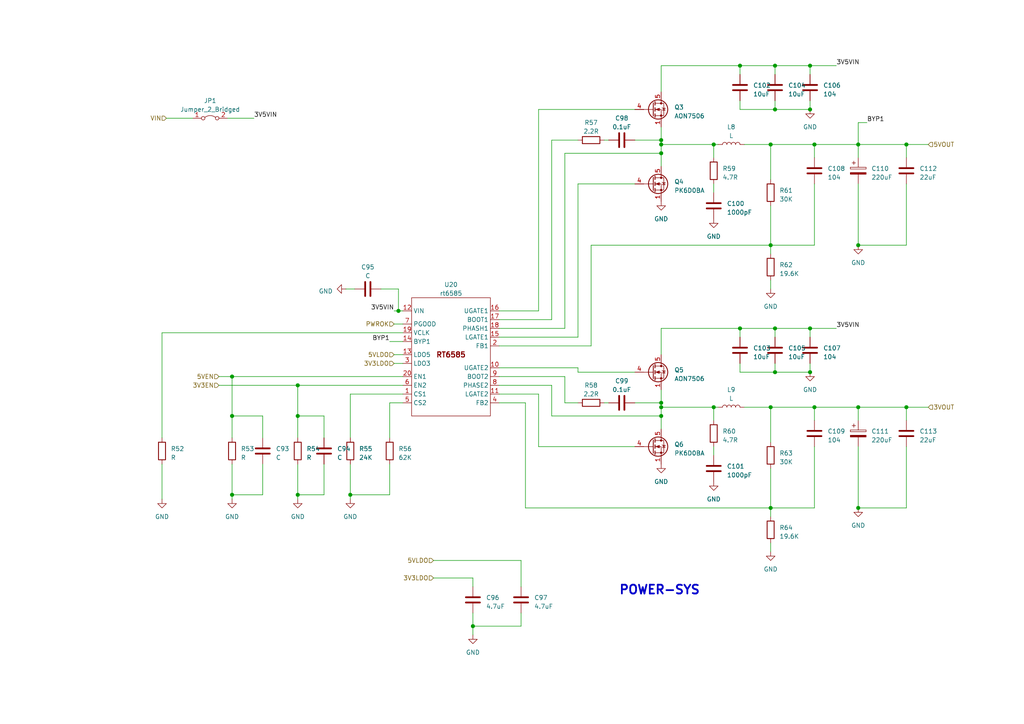
<source format=kicad_sch>
(kicad_sch (version 20210406) (generator eeschema)
  (paper "A4")
  (lib_symbols
    (symbol "Device:C" (pin_numbers hide) (pin_names (offset 0.254))
      (property "Reference" "C" (at 0.635 2.54 0))
      (property "Value" "C" (at 0.635 -2.54 0))
      (symbol "C_0_1"
        (polyline (pts (xy -2.032 -0.762) (xy 2.032 -0.762)) (stroke (width 0.508)))
        (polyline (pts (xy -2.032 0.762) (xy 2.032 0.762)) (stroke (width 0.508)))
      )
      (symbol "C_1_1"
        (pin passive line (at 0 3.81 270) (length 2.794) (name "~") (number "1"))
        (pin passive line (at 0 -3.81 90) (length 2.794) (name "~") (number "2"))
      )
    )
    (symbol "Device:C_Polarized" (pin_numbers hide) (pin_names (offset 0.254))
      (property "Reference" "C" (at 0.635 2.54 0))
      (property "Value" "C_Polarized" (at 0.635 -2.54 0))
      (symbol "C_Polarized_0_1"
        (rectangle (start -2.286 0.508) (end 2.286 1.016))
        (rectangle (start 2.286 -0.508) (end -2.286 -1.016) (fill (type outline)))
        (polyline (pts (xy -1.778 2.286) (xy -0.762 2.286)))
        (polyline (pts (xy -1.27 2.794) (xy -1.27 1.778)))
      )
      (symbol "C_Polarized_1_1"
        (pin passive line (at 0 3.81 270) (length 2.794) (name "~") (number "1"))
        (pin passive line (at 0 -3.81 90) (length 2.794) (name "~") (number "2"))
      )
    )
    (symbol "Device:L" (pin_numbers hide) (pin_names (offset 1.016) hide)
      (property "Reference" "L" (at -1.27 0 90))
      (property "Value" "L" (at 1.905 0 90))
      (symbol "L_0_1"
        (arc (start 0 -2.54) (end 0 -1.27) (radius (at 0 -1.905) (length 0.635) (angles -89.9 89.9)))
        (arc (start 0 -1.27) (end 0 0) (radius (at 0 -0.635) (length 0.635) (angles -89.9 89.9)))
        (arc (start 0 0) (end 0 1.27) (radius (at 0 0.635) (length 0.635) (angles -89.9 89.9)))
        (arc (start 0 1.27) (end 0 2.54) (radius (at 0 1.905) (length 0.635) (angles -89.9 89.9)))
      )
      (symbol "L_1_1"
        (pin passive line (at 0 3.81 270) (length 1.27) (name "1") (number "1"))
        (pin passive line (at 0 -3.81 90) (length 1.27) (name "2") (number "2"))
      )
    )
    (symbol "Device:R" (pin_numbers hide) (pin_names (offset 0))
      (property "Reference" "R" (at 2.032 0 90))
      (property "Value" "R" (at 0 0 90))
      (symbol "R_0_1"
        (rectangle (start -1.016 -2.54) (end 1.016 2.54) (stroke (width 0.254)))
      )
      (symbol "R_1_1"
        (pin passive line (at 0 3.81 270) (length 1.27) (name "~") (number "1"))
        (pin passive line (at 0 -3.81 90) (length 1.27) (name "~") (number "2"))
      )
    )
    (symbol "Jumper:Jumper_2_Bridged" (pin_names (offset 0) hide)
      (property "Reference" "JP" (at 0 1.905 0))
      (property "Value" "Jumper_2_Bridged" (at 0 -2.54 0))
      (symbol "Jumper_2_Bridged_0_0"
        (circle (center -2.032 0) (radius 0.508))
        (circle (center 2.032 0) (radius 0.508))
      )
      (symbol "Jumper_2_Bridged_0_1"
        (arc (start -1.524 0.254) (end 1.524 0.254) (radius (at 0 -1.778) (length 2.54) (angles 126.9 53.1)))
      )
      (symbol "Jumper_2_Bridged_1_1"
        (pin passive line (at -5.08 0 0) (length 2.54) (name "A") (number "1"))
        (pin passive line (at 5.08 0 180) (length 2.54) (name "B") (number "2"))
      )
    )
    (symbol "Transistor_FET:BSC026N08NS5" (pin_names hide)
      (property "Reference" "Q" (at 5.08 1.905 0))
      (property "Value" "BSC026N08NS5" (at 5.08 0 0))
      (symbol "BSC026N08NS5_0_1"
        (circle (center 1.651 0) (radius 2.794) (stroke (width 0.254)))
        (circle (center 2.54 -1.778) (radius 0.254) (fill (type outline)))
        (circle (center 2.54 1.778) (radius 0.254) (fill (type outline)))
        (polyline (pts (xy 0.254 0) (xy -2.54 0)))
        (polyline (pts (xy 0.254 1.905) (xy 0.254 -1.905)) (stroke (width 0.254)))
        (polyline (pts (xy 0.762 -1.27) (xy 0.762 -2.286)) (stroke (width 0.254)))
        (polyline (pts (xy 0.762 0.508) (xy 0.762 -0.508)) (stroke (width 0.254)))
        (polyline (pts (xy 0.762 2.286) (xy 0.762 1.27)) (stroke (width 0.254)))
        (polyline (pts (xy 2.54 2.54) (xy 2.54 1.778)))
        (polyline (pts (xy 2.54 -2.54) (xy 2.54 0) (xy 0.762 0)))
        (polyline (pts (xy 0.762 -1.778) (xy 3.302 -1.778) (xy 3.302 1.778) (xy 0.762 1.778)))
        (polyline (pts (xy 2.794 0.508) (xy 2.921 0.381) (xy 3.683 0.381) (xy 3.81 0.254)))
        (polyline (pts (xy 3.302 0.381) (xy 2.921 -0.254) (xy 3.683 -0.254) (xy 3.302 0.381)))
        (polyline (pts (xy 1.016 0) (xy 2.032 0.381) (xy 2.032 -0.381) (xy 1.016 0)) (fill (type outline)))
      )
      (symbol "BSC026N08NS5_1_1"
        (pin passive line (at 2.54 -5.08 90) (length 2.54) (name "S") (number "1"))
        (pin passive line (at 2.54 -5.08 90) (length 2.54) hide (name "S") (number "2"))
        (pin passive line (at 2.54 -5.08 90) (length 2.54) hide (name "S") (number "3"))
        (pin passive line (at -5.08 0 0) (length 2.54) (name "G") (number "4"))
        (pin passive line (at 2.54 5.08 270) (length 2.54) (name "D") (number "5"))
      )
    )
    (symbol "power:GND" (power) (pin_names (offset 0))
      (property "Value" "GND" (at 0 -3.81 0))
      (symbol "GND_0_1"
        (polyline (pts (xy 0 0) (xy 0 -1.27) (xy 1.27 -1.27) (xy 0 -2.54) (xy -1.27 -1.27) (xy 0 -1.27)))
      )
      (symbol "GND_1_1"
        (pin power_in line (at 0 0 270) (length 0) hide (name "GND") (number "1"))
      )
    )
    (symbol "rt6585:rt6585"
      (property "Reference" "U" (at 10.16 -19.05 0))
      (property "Value" "rt6585" (at -8.89 17.78 0))
      (symbol "rt6585_0_0"
        (text "RT6585" (at 0 0 0) (effects (font (size 1.5 1.5) bold)))
      )
      (symbol "rt6585_0_1"
        (rectangle (start -11.43 16.51) (end 11.43 -17.78) (stroke (width 0.1524)))
      )
      (symbol "rt6585_1_1"
        (pin input line (at -13.97 -11.43 0) (length 2.54) (name "CS1") (number "1"))
        (pin input line (at 13.97 -3.81 180) (length 2.54) (name "UGATE2") (number "10"))
        (pin input line (at 13.97 -11.43 180) (length 2.54) (name "LGATE2") (number "11"))
        (pin input line (at -13.97 12.7 0) (length 2.54) (name "VIN") (number "12"))
        (pin input line (at -13.97 0 0) (length 2.54) (name "LDO5") (number "13"))
        (pin input line (at -13.97 3.81 0) (length 2.54) (name "BYP1") (number "14"))
        (pin input line (at 13.97 5.08 180) (length 2.54) (name "LGATE1") (number "15"))
        (pin input line (at 13.97 12.7 180) (length 2.54) (name "UGATE1") (number "16"))
        (pin input line (at 13.97 10.16 180) (length 2.54) (name "BOOT1") (number "17"))
        (pin input line (at 13.97 7.62 180) (length 2.54) (name "PHASH1") (number "18"))
        (pin input line (at -13.97 6.35 0) (length 2.54) (name "VCLK") (number "19"))
        (pin input line (at 13.97 2.54 180) (length 2.54) (name "FB1") (number "2"))
        (pin input line (at -13.97 -6.35 0) (length 2.54) (name "EN1") (number "20"))
        (pin input line (at -13.97 -2.54 0) (length 2.54) (name "LDO3") (number "3"))
        (pin input line (at 13.97 -13.97 180) (length 2.54) (name "FB2") (number "4"))
        (pin input line (at -13.97 -13.97 0) (length 2.54) (name "CS2") (number "5"))
        (pin input line (at -13.97 -8.89 0) (length 2.54) (name "EN2") (number "6"))
        (pin input line (at -13.97 8.89 0) (length 2.54) (name "PGOOD") (number "7"))
        (pin input line (at 13.97 -8.89 180) (length 2.54) (name "PHASE2") (number "8"))
        (pin input line (at 13.97 -6.35 180) (length 2.54) (name "BOOT2") (number "9"))
      )
    )
  )
  (junction (at 67.31 109.22) (diameter 1.016))
  (junction (at 67.31 120.65) (diameter 1.016))
  (junction (at 67.31 143.51) (diameter 1.016))
  (junction (at 86.36 111.76) (diameter 1.016))
  (junction (at 86.36 120.65) (diameter 1.016))
  (junction (at 86.36 143.51) (diameter 1.016))
  (junction (at 101.6 143.51) (diameter 1.016))
  (junction (at 115.57 90.17) (diameter 1.016))
  (junction (at 137.16 181.61) (diameter 1.016))
  (junction (at 191.77 40.64) (diameter 1.016))
  (junction (at 191.77 41.91) (diameter 1.016))
  (junction (at 191.77 44.45) (diameter 1.016))
  (junction (at 191.77 116.84) (diameter 1.016))
  (junction (at 191.77 118.11) (diameter 1.016))
  (junction (at 191.77 120.65) (diameter 1.016))
  (junction (at 207.01 41.91) (diameter 1.016))
  (junction (at 207.01 118.11) (diameter 1.016))
  (junction (at 214.63 19.05) (diameter 1.016))
  (junction (at 214.63 95.25) (diameter 1.016))
  (junction (at 223.52 41.91) (diameter 1.016))
  (junction (at 223.52 71.12) (diameter 1.016))
  (junction (at 223.52 118.11) (diameter 1.016))
  (junction (at 223.52 147.32) (diameter 1.016))
  (junction (at 224.79 19.05) (diameter 1.016))
  (junction (at 224.79 31.75) (diameter 1.016))
  (junction (at 224.79 95.25) (diameter 1.016))
  (junction (at 224.79 107.95) (diameter 1.016))
  (junction (at 234.95 19.05) (diameter 1.016))
  (junction (at 234.95 31.75) (diameter 1.016))
  (junction (at 234.95 95.25) (diameter 1.016))
  (junction (at 234.95 107.95) (diameter 1.016))
  (junction (at 236.22 41.91) (diameter 1.016))
  (junction (at 236.22 118.11) (diameter 1.016))
  (junction (at 248.92 41.91) (diameter 1.016))
  (junction (at 248.92 71.12) (diameter 1.016))
  (junction (at 248.92 118.11) (diameter 1.016))
  (junction (at 248.92 147.32) (diameter 1.016))
  (junction (at 262.89 41.91) (diameter 1.016))
  (junction (at 262.89 118.11) (diameter 1.016))
  (wire (pts (xy 46.99 96.52) (xy 116.84 96.52)))
  (wire (pts (xy 46.99 127) (xy 46.99 96.52)))
  (wire (pts (xy 46.99 134.62) (xy 46.99 144.78)))
  (wire (pts (xy 48.26 34.29) (xy 55.88 34.29)))
  (wire (pts (xy 63.5 109.22) (xy 67.31 109.22)))
  (wire (pts (xy 63.5 111.76) (xy 86.36 111.76)))
  (wire (pts (xy 66.04 34.29) (xy 73.66 34.29)))
  (wire (pts (xy 67.31 109.22) (xy 67.31 120.65)))
  (wire (pts (xy 67.31 109.22) (xy 116.84 109.22)))
  (wire (pts (xy 67.31 120.65) (xy 67.31 127)))
  (wire (pts (xy 67.31 120.65) (xy 76.2 120.65)))
  (wire (pts (xy 67.31 143.51) (xy 67.31 134.62)))
  (wire (pts (xy 67.31 143.51) (xy 76.2 143.51)))
  (wire (pts (xy 67.31 144.78) (xy 67.31 143.51)))
  (wire (pts (xy 76.2 120.65) (xy 76.2 127)))
  (wire (pts (xy 76.2 143.51) (xy 76.2 134.62)))
  (wire (pts (xy 86.36 111.76) (xy 86.36 120.65)))
  (wire (pts (xy 86.36 111.76) (xy 116.84 111.76)))
  (wire (pts (xy 86.36 120.65) (xy 86.36 127)))
  (wire (pts (xy 86.36 120.65) (xy 93.98 120.65)))
  (wire (pts (xy 86.36 143.51) (xy 86.36 134.62)))
  (wire (pts (xy 86.36 143.51) (xy 93.98 143.51)))
  (wire (pts (xy 86.36 144.78) (xy 86.36 143.51)))
  (wire (pts (xy 93.98 120.65) (xy 93.98 127)))
  (wire (pts (xy 93.98 143.51) (xy 93.98 134.62)))
  (wire (pts (xy 100.33 83.82) (xy 102.87 83.82)))
  (wire (pts (xy 101.6 114.3) (xy 101.6 127)))
  (wire (pts (xy 101.6 143.51) (xy 101.6 134.62)))
  (wire (pts (xy 101.6 143.51) (xy 113.03 143.51)))
  (wire (pts (xy 101.6 144.78) (xy 101.6 143.51)))
  (wire (pts (xy 110.49 83.82) (xy 115.57 83.82)))
  (wire (pts (xy 113.03 99.06) (xy 116.84 99.06)))
  (wire (pts (xy 113.03 116.84) (xy 113.03 127)))
  (wire (pts (xy 113.03 143.51) (xy 113.03 134.62)))
  (wire (pts (xy 114.3 90.17) (xy 115.57 90.17)))
  (wire (pts (xy 114.3 93.98) (xy 116.84 93.98)))
  (wire (pts (xy 114.3 102.87) (xy 116.84 102.87)))
  (wire (pts (xy 114.3 105.41) (xy 116.84 105.41)))
  (wire (pts (xy 115.57 83.82) (xy 115.57 90.17)))
  (wire (pts (xy 115.57 90.17) (xy 116.84 90.17)))
  (wire (pts (xy 116.84 114.3) (xy 101.6 114.3)))
  (wire (pts (xy 116.84 116.84) (xy 113.03 116.84)))
  (wire (pts (xy 125.73 162.56) (xy 151.13 162.56)))
  (wire (pts (xy 125.73 167.64) (xy 137.16 167.64)))
  (wire (pts (xy 137.16 167.64) (xy 137.16 170.18)))
  (wire (pts (xy 137.16 181.61) (xy 137.16 177.8)))
  (wire (pts (xy 137.16 184.15) (xy 137.16 181.61)))
  (wire (pts (xy 144.78 100.33) (xy 171.45 100.33)))
  (wire (pts (xy 144.78 106.68) (xy 167.64 106.68)))
  (wire (pts (xy 144.78 109.22) (xy 163.83 109.22)))
  (wire (pts (xy 151.13 162.56) (xy 151.13 170.18)))
  (wire (pts (xy 151.13 177.8) (xy 151.13 181.61)))
  (wire (pts (xy 151.13 181.61) (xy 137.16 181.61)))
  (wire (pts (xy 152.4 116.84) (xy 144.78 116.84)))
  (wire (pts (xy 152.4 147.32) (xy 152.4 116.84)))
  (wire (pts (xy 152.4 147.32) (xy 223.52 147.32)))
  (wire (pts (xy 156.21 31.75) (xy 156.21 90.17)))
  (wire (pts (xy 156.21 90.17) (xy 144.78 90.17)))
  (wire (pts (xy 156.21 114.3) (xy 144.78 114.3)))
  (wire (pts (xy 156.21 129.54) (xy 156.21 114.3)))
  (wire (pts (xy 156.21 129.54) (xy 184.15 129.54)))
  (wire (pts (xy 160.02 40.64) (xy 167.64 40.64)))
  (wire (pts (xy 160.02 82.55) (xy 160.02 40.64)) (stroke (width 0.1524)))
  (wire (pts (xy 160.02 82.55) (xy 160.02 92.71)))
  (wire (pts (xy 160.02 92.71) (xy 144.78 92.71)))
  (wire (pts (xy 160.02 111.76) (xy 144.78 111.76)))
  (wire (pts (xy 160.02 120.65) (xy 160.02 111.76)))
  (wire (pts (xy 160.02 120.65) (xy 191.77 120.65)))
  (wire (pts (xy 163.83 44.45) (xy 163.83 95.25)))
  (wire (pts (xy 163.83 95.25) (xy 144.78 95.25)))
  (wire (pts (xy 163.83 109.22) (xy 163.83 116.84)))
  (wire (pts (xy 163.83 116.84) (xy 167.64 116.84)))
  (wire (pts (xy 167.64 53.34) (xy 167.64 97.79)))
  (wire (pts (xy 167.64 97.79) (xy 144.78 97.79)))
  (wire (pts (xy 167.64 106.68) (xy 167.64 107.95)))
  (wire (pts (xy 167.64 107.95) (xy 184.15 107.95)))
  (wire (pts (xy 171.45 71.12) (xy 223.52 71.12)))
  (wire (pts (xy 171.45 100.33) (xy 171.45 71.12)))
  (wire (pts (xy 175.26 40.64) (xy 176.53 40.64)))
  (wire (pts (xy 175.26 116.84) (xy 176.53 116.84)))
  (wire (pts (xy 184.15 31.75) (xy 156.21 31.75)))
  (wire (pts (xy 184.15 40.64) (xy 191.77 40.64)))
  (wire (pts (xy 184.15 53.34) (xy 167.64 53.34)))
  (wire (pts (xy 184.15 116.84) (xy 191.77 116.84)))
  (wire (pts (xy 191.77 19.05) (xy 214.63 19.05)))
  (wire (pts (xy 191.77 26.67) (xy 191.77 19.05)))
  (wire (pts (xy 191.77 40.64) (xy 191.77 36.83)))
  (wire (pts (xy 191.77 41.91) (xy 191.77 40.64)))
  (wire (pts (xy 191.77 41.91) (xy 207.01 41.91)))
  (wire (pts (xy 191.77 44.45) (xy 163.83 44.45)))
  (wire (pts (xy 191.77 44.45) (xy 191.77 41.91)))
  (wire (pts (xy 191.77 48.26) (xy 191.77 44.45)))
  (wire (pts (xy 191.77 95.25) (xy 214.63 95.25)))
  (wire (pts (xy 191.77 102.87) (xy 191.77 95.25)))
  (wire (pts (xy 191.77 116.84) (xy 191.77 113.03)))
  (wire (pts (xy 191.77 118.11) (xy 191.77 116.84)))
  (wire (pts (xy 191.77 118.11) (xy 207.01 118.11)))
  (wire (pts (xy 191.77 120.65) (xy 191.77 118.11)))
  (wire (pts (xy 191.77 124.46) (xy 191.77 120.65)))
  (wire (pts (xy 207.01 41.91) (xy 207.01 45.72)))
  (wire (pts (xy 207.01 41.91) (xy 208.28 41.91)))
  (wire (pts (xy 207.01 53.34) (xy 207.01 55.88)))
  (wire (pts (xy 207.01 118.11) (xy 207.01 121.92)))
  (wire (pts (xy 207.01 118.11) (xy 208.28 118.11)))
  (wire (pts (xy 207.01 129.54) (xy 207.01 132.08)))
  (wire (pts (xy 214.63 19.05) (xy 214.63 21.59)))
  (wire (pts (xy 214.63 19.05) (xy 224.79 19.05)))
  (wire (pts (xy 214.63 31.75) (xy 214.63 29.21)))
  (wire (pts (xy 214.63 95.25) (xy 214.63 97.79)))
  (wire (pts (xy 214.63 95.25) (xy 224.79 95.25)))
  (wire (pts (xy 214.63 107.95) (xy 214.63 105.41)))
  (wire (pts (xy 215.9 41.91) (xy 223.52 41.91)))
  (wire (pts (xy 215.9 118.11) (xy 223.52 118.11)))
  (wire (pts (xy 223.52 41.91) (xy 223.52 52.07)))
  (wire (pts (xy 223.52 59.69) (xy 223.52 71.12)))
  (wire (pts (xy 223.52 71.12) (xy 236.22 71.12)))
  (wire (pts (xy 223.52 73.66) (xy 223.52 71.12)))
  (wire (pts (xy 223.52 83.82) (xy 223.52 81.28)))
  (wire (pts (xy 223.52 118.11) (xy 223.52 128.27)))
  (wire (pts (xy 223.52 135.89) (xy 223.52 147.32)))
  (wire (pts (xy 223.52 147.32) (xy 236.22 147.32)))
  (wire (pts (xy 223.52 149.86) (xy 223.52 147.32)))
  (wire (pts (xy 223.52 160.02) (xy 223.52 157.48)))
  (wire (pts (xy 224.79 19.05) (xy 224.79 21.59)))
  (wire (pts (xy 224.79 19.05) (xy 234.95 19.05)))
  (wire (pts (xy 224.79 29.21) (xy 224.79 31.75)))
  (wire (pts (xy 224.79 31.75) (xy 214.63 31.75)))
  (wire (pts (xy 224.79 95.25) (xy 224.79 97.79)))
  (wire (pts (xy 224.79 95.25) (xy 234.95 95.25)))
  (wire (pts (xy 224.79 105.41) (xy 224.79 107.95)))
  (wire (pts (xy 224.79 107.95) (xy 214.63 107.95)))
  (wire (pts (xy 234.95 19.05) (xy 234.95 21.59)))
  (wire (pts (xy 234.95 19.05) (xy 242.57 19.05)))
  (wire (pts (xy 234.95 29.21) (xy 234.95 31.75)))
  (wire (pts (xy 234.95 31.75) (xy 224.79 31.75)))
  (wire (pts (xy 234.95 95.25) (xy 234.95 97.79)))
  (wire (pts (xy 234.95 95.25) (xy 242.57 95.25)))
  (wire (pts (xy 234.95 105.41) (xy 234.95 107.95)))
  (wire (pts (xy 234.95 107.95) (xy 224.79 107.95)))
  (wire (pts (xy 236.22 41.91) (xy 223.52 41.91)))
  (wire (pts (xy 236.22 41.91) (xy 248.92 41.91)))
  (wire (pts (xy 236.22 45.72) (xy 236.22 41.91)))
  (wire (pts (xy 236.22 71.12) (xy 236.22 53.34)))
  (wire (pts (xy 236.22 118.11) (xy 223.52 118.11)))
  (wire (pts (xy 236.22 118.11) (xy 248.92 118.11)))
  (wire (pts (xy 236.22 121.92) (xy 236.22 118.11)))
  (wire (pts (xy 236.22 147.32) (xy 236.22 129.54)))
  (wire (pts (xy 248.92 35.56) (xy 248.92 41.91)))
  (wire (pts (xy 248.92 41.91) (xy 248.92 45.72)))
  (wire (pts (xy 248.92 41.91) (xy 262.89 41.91)))
  (wire (pts (xy 248.92 53.34) (xy 248.92 71.12)))
  (wire (pts (xy 248.92 71.12) (xy 262.89 71.12)))
  (wire (pts (xy 248.92 118.11) (xy 248.92 121.92)))
  (wire (pts (xy 248.92 118.11) (xy 262.89 118.11)))
  (wire (pts (xy 248.92 129.54) (xy 248.92 147.32)))
  (wire (pts (xy 248.92 147.32) (xy 262.89 147.32)))
  (wire (pts (xy 251.46 35.56) (xy 248.92 35.56)))
  (wire (pts (xy 262.89 41.91) (xy 262.89 45.72)))
  (wire (pts (xy 262.89 71.12) (xy 262.89 53.34)))
  (wire (pts (xy 262.89 118.11) (xy 262.89 121.92)))
  (wire (pts (xy 262.89 147.32) (xy 262.89 129.54)))
  (wire (pts (xy 269.24 41.91) (xy 262.89 41.91)))
  (wire (pts (xy 269.24 118.11) (xy 262.89 118.11)))
  (text "POWER-SYS" (at 203.2 172.72 180) (effects (font (size 2.54 2.54) (thickness 0.508) bold) (justify right bottom)))
  (label "3V5VIN" (at 73.66 34.29 0))
  (label "BYP1" (at 113.03 99.06 180))
  (label "3V5VIN" (at 114.3 90.17 180))
  (label "3V5VIN" (at 242.57 19.05 0))
  (label "3V5VIN" (at 242.57 95.25 0))
  (label "BYP1" (at 251.46 35.56 0))
  (hierarchical_label "VIN" (shape input) (at 48.26 34.29 180))
  (hierarchical_label "5VEN" (shape input) (at 63.5 109.22 180))
  (hierarchical_label "3V3EN" (shape input) (at 63.5 111.76 180))
  (hierarchical_label "PWROK" (shape input) (at 114.3 93.98 180))
  (hierarchical_label "5VLDO" (shape input) (at 114.3 102.87 180))
  (hierarchical_label "3V3LDO" (shape input) (at 114.3 105.41 180))
  (hierarchical_label "5VLDO" (shape input) (at 125.73 162.56 180))
  (hierarchical_label "3V3LDO" (shape input) (at 125.73 167.64 180))
  (hierarchical_label "5VOUT" (shape input) (at 269.24 41.91 0))
  (hierarchical_label "3VOUT" (shape input) (at 269.24 118.11 0))
  (symbol (lib_id "power:GND") (at 46.99 144.78 0) (unit 1)
    (property "Reference" "#PWR0225" (effects hide))
    (property "Value" "GND" (at 46.99 149.86 0))
  )
  (symbol (lib_id "power:GND") (at 67.31 144.78 0) (unit 1)
    (property "Reference" "#PWR0226" (effects hide))
    (property "Value" "GND" (at 67.31 149.86 0))
  )
  (symbol (lib_id "power:GND") (at 86.36 144.78 0) (unit 1)
    (property "Reference" "#PWR0223" (effects hide))
    (property "Value" "GND" (at 86.36 149.86 0))
  )
  (symbol (lib_id "power:GND") (at 100.33 83.82 270) (unit 1)
    (property "Reference" "#PWR0181" (effects hide))
    (property "Value" "GND" (at 96.52 84.4549 90) (effects (justify right)))
  )
  (symbol (lib_id "power:GND") (at 101.6 144.78 0) (unit 1)
    (property "Reference" "#PWR0224" (effects hide))
    (property "Value" "GND" (at 101.6 149.86 0))
  )
  (symbol (lib_id "power:GND") (at 137.16 184.15 0) (unit 1)
    (property "Reference" "#PWR0180" (effects hide))
    (property "Value" "GND" (at 137.16 189.23 0))
  )
  (symbol (lib_id "power:GND") (at 191.77 58.42 0) (unit 1)
    (property "Reference" "#PWR0217" (effects hide))
    (property "Value" "GND" (at 191.77 63.5 0))
  )
  (symbol (lib_id "power:GND") (at 191.77 134.62 0) (unit 1)
    (property "Reference" "#PWR0220" (effects hide))
    (property "Value" "GND" (at 191.77 139.7 0))
  )
  (symbol (lib_id "power:GND") (at 207.01 63.5 0) (unit 1)
    (property "Reference" "#PWR0218" (effects hide))
    (property "Value" "GND" (at 207.01 68.58 0))
  )
  (symbol (lib_id "power:GND") (at 207.01 139.7 0) (unit 1)
    (property "Reference" "#PWR0221" (effects hide))
    (property "Value" "GND" (at 207.01 144.78 0))
  )
  (symbol (lib_id "power:GND") (at 223.52 83.82 0) (unit 1)
    (property "Reference" "#PWR0219" (effects hide))
    (property "Value" "GND" (at 223.52 88.9 0))
  )
  (symbol (lib_id "power:GND") (at 223.52 160.02 0) (unit 1)
    (property "Reference" "#PWR0222" (effects hide))
    (property "Value" "GND" (at 223.52 165.1 0))
  )
  (symbol (lib_id "power:GND") (at 234.95 31.75 0) (unit 1)
    (property "Reference" "#PWR0228" (effects hide))
    (property "Value" "GND" (at 234.95 36.83 0))
  )
  (symbol (lib_id "power:GND") (at 234.95 107.95 0) (unit 1)
    (property "Reference" "#PWR0230" (effects hide))
    (property "Value" "GND" (at 234.95 113.03 0))
  )
  (symbol (lib_id "power:GND") (at 248.92 71.12 0) (unit 1)
    (property "Reference" "#PWR0229" (effects hide))
    (property "Value" "GND" (at 248.92 76.2 0))
  )
  (symbol (lib_id "power:GND") (at 248.92 147.32 0) (unit 1)
    (property "Reference" "#PWR0227" (effects hide))
    (property "Value" "GND" (at 248.92 152.4 0))
  )
  (symbol (lib_id "Device:L") (at 212.09 41.91 90) (unit 1)
    (property "Reference" "L8" (at 212.09 36.83 90))
    (property "Value" "L" (at 212.09 39.37 90))
    (property "Footprint" "Inductor_SMD:L_Abracon_ASPI-0630LR" (effects hide))
  )
  (symbol (lib_id "Device:L") (at 212.09 118.11 90) (unit 1)
    (property "Reference" "L9" (at 212.09 113.03 90))
    (property "Value" "L" (at 212.09 115.57 90))
    (property "Footprint" "Inductor_SMD:L_Abracon_ASPI-0630LR" (effects hide))
  )
  (symbol (lib_id "Jumper:Jumper_2_Bridged") (at 60.96 34.29 0) (unit 1)
    (property "Reference" "JP1" (at 60.96 29.21 0))
    (property "Value" "Jumper_2_Bridged" (at 60.96 31.75 0))
    (property "Footprint" "Jumper:SolderJumper-2_P1.3mm_Open_TrianglePad1.0x1.5mm" (effects hide))
  )
  (symbol (lib_id "Device:R") (at 46.99 130.81 180) (unit 1)
    (property "Reference" "R52" (at 49.53 130.1749 0) (effects (justify right)))
    (property "Value" "R" (at 49.53 132.7149 0) (effects (justify right)))
  )
  (symbol (lib_id "Device:R") (at 67.31 130.81 0) (unit 1)
    (property "Reference" "R53" (at 69.85 130.1749 0) (effects (justify left)))
    (property "Value" "R" (at 69.85 132.7149 0) (effects (justify left)))
  )
  (symbol (lib_id "Device:R") (at 86.36 130.81 0) (unit 1)
    (property "Reference" "R54" (at 88.9 130.1749 0) (effects (justify left)))
    (property "Value" "R" (at 88.9 132.7149 0) (effects (justify left)))
  )
  (symbol (lib_id "Device:R") (at 101.6 130.81 0) (unit 1)
    (property "Reference" "R55" (at 104.14 130.1749 0) (effects (justify left)))
    (property "Value" "24K" (at 104.14 132.7149 0) (effects (justify left)))
  )
  (symbol (lib_id "Device:R") (at 113.03 130.81 0) (unit 1)
    (property "Reference" "R56" (at 115.57 130.1749 0) (effects (justify left)))
    (property "Value" "62K" (at 115.57 132.7149 0) (effects (justify left)))
  )
  (symbol (lib_id "Device:R") (at 171.45 40.64 90) (unit 1)
    (property "Reference" "R57" (at 171.45 35.56 90))
    (property "Value" "2.2R" (at 171.45 38.1 90))
  )
  (symbol (lib_id "Device:R") (at 171.45 116.84 90) (unit 1)
    (property "Reference" "R58" (at 171.45 111.76 90))
    (property "Value" "2.2R" (at 171.45 114.3 90))
  )
  (symbol (lib_id "Device:R") (at 207.01 49.53 0) (unit 1)
    (property "Reference" "R59" (at 209.55 48.8949 0) (effects (justify left)))
    (property "Value" "4.7R" (at 209.55 51.4349 0) (effects (justify left)))
  )
  (symbol (lib_id "Device:R") (at 207.01 125.73 0) (unit 1)
    (property "Reference" "R60" (at 209.55 125.0949 0) (effects (justify left)))
    (property "Value" "4.7R" (at 209.55 127.6349 0) (effects (justify left)))
  )
  (symbol (lib_id "Device:R") (at 223.52 55.88 0) (unit 1)
    (property "Reference" "R61" (at 226.06 55.2449 0) (effects (justify left)))
    (property "Value" "30K" (at 226.06 57.7849 0) (effects (justify left)))
  )
  (symbol (lib_id "Device:R") (at 223.52 77.47 0) (unit 1)
    (property "Reference" "R62" (at 226.06 76.8349 0) (effects (justify left)))
    (property "Value" "19.6K" (at 226.06 79.3749 0) (effects (justify left)))
  )
  (symbol (lib_id "Device:R") (at 223.52 132.08 0) (unit 1)
    (property "Reference" "R63" (at 226.06 131.4449 0) (effects (justify left)))
    (property "Value" "30K" (at 226.06 133.9849 0) (effects (justify left)))
  )
  (symbol (lib_id "Device:R") (at 223.52 153.67 0) (unit 1)
    (property "Reference" "R64" (at 226.06 153.0349 0) (effects (justify left)))
    (property "Value" "19.6K" (at 226.06 155.5749 0) (effects (justify left)))
  )
  (symbol (lib_id "Device:C") (at 76.2 130.81 0) (unit 1)
    (property "Reference" "C93" (at 80.01 130.1749 0) (effects (justify left)))
    (property "Value" "C" (at 80.01 132.7149 0) (effects (justify left)))
  )
  (symbol (lib_id "Device:C") (at 93.98 130.81 0) (unit 1)
    (property "Reference" "C94" (at 97.79 130.1749 0) (effects (justify left)))
    (property "Value" "C" (at 97.79 132.7149 0) (effects (justify left)))
  )
  (symbol (lib_id "Device:C") (at 106.68 83.82 90) (unit 1)
    (property "Reference" "C95" (at 106.68 77.47 90))
    (property "Value" "C" (at 106.68 80.01 90))
  )
  (symbol (lib_id "Device:C") (at 137.16 173.99 0) (unit 1)
    (property "Reference" "C96" (at 140.97 173.3549 0) (effects (justify left)))
    (property "Value" "4.7uF" (at 140.97 175.8949 0) (effects (justify left)))
    (property "Footprint" "Capacitor_SMD:C_0603_1608Metric" (effects hide))
  )
  (symbol (lib_id "Device:C") (at 151.13 173.99 0) (unit 1)
    (property "Reference" "C97" (at 154.94 173.3549 0) (effects (justify left)))
    (property "Value" "4.7uF" (at 154.94 175.8949 0) (effects (justify left)))
    (property "Footprint" "Capacitor_SMD:C_0603_1608Metric" (effects hide))
  )
  (symbol (lib_id "Device:C") (at 180.34 40.64 90) (unit 1)
    (property "Reference" "C98" (at 180.34 34.29 90))
    (property "Value" "0.1uF" (at 180.34 36.83 90))
  )
  (symbol (lib_id "Device:C") (at 180.34 116.84 90) (unit 1)
    (property "Reference" "C99" (at 180.34 110.49 90))
    (property "Value" "0.1uF" (at 180.34 113.03 90))
  )
  (symbol (lib_id "Device:C") (at 207.01 59.69 0) (unit 1)
    (property "Reference" "C100" (at 210.82 59.0549 0) (effects (justify left)))
    (property "Value" "1000pF" (at 210.82 61.5949 0) (effects (justify left)))
  )
  (symbol (lib_id "Device:C") (at 207.01 135.89 0) (unit 1)
    (property "Reference" "C101" (at 210.82 135.2549 0) (effects (justify left)))
    (property "Value" "1000pF" (at 210.82 137.7949 0) (effects (justify left)))
  )
  (symbol (lib_id "Device:C") (at 214.63 25.4 0) (unit 1)
    (property "Reference" "C102" (at 218.44 24.7649 0) (effects (justify left)))
    (property "Value" "10uF" (at 218.44 27.3049 0) (effects (justify left)))
    (property "Footprint" "Capacitor_SMD:C_0805_2012Metric" (effects hide))
  )
  (symbol (lib_id "Device:C") (at 214.63 101.6 0) (unit 1)
    (property "Reference" "C103" (at 218.44 100.9649 0) (effects (justify left)))
    (property "Value" "10uF" (at 218.44 103.5049 0) (effects (justify left)))
    (property "Footprint" "Capacitor_SMD:C_0805_2012Metric" (effects hide))
  )
  (symbol (lib_id "Device:C") (at 224.79 25.4 0) (unit 1)
    (property "Reference" "C104" (at 228.6 24.7649 0) (effects (justify left)))
    (property "Value" "10uF" (at 228.6 27.3049 0) (effects (justify left)))
    (property "Footprint" "Capacitor_SMD:C_0805_2012Metric" (effects hide))
  )
  (symbol (lib_id "Device:C") (at 224.79 101.6 0) (unit 1)
    (property "Reference" "C105" (at 228.6 100.9649 0) (effects (justify left)))
    (property "Value" "10uF" (at 228.6 103.5049 0) (effects (justify left)))
    (property "Footprint" "Capacitor_SMD:C_0805_2012Metric" (effects hide))
  )
  (symbol (lib_id "Device:C") (at 234.95 25.4 0) (unit 1)
    (property "Reference" "C106" (at 238.76 24.7649 0) (effects (justify left)))
    (property "Value" "104" (at 238.76 27.3049 0) (effects (justify left)))
    (property "Footprint" "Capacitor_SMD:C_0402_1005Metric" (effects hide))
  )
  (symbol (lib_id "Device:C") (at 234.95 101.6 0) (unit 1)
    (property "Reference" "C107" (at 238.76 100.9649 0) (effects (justify left)))
    (property "Value" "104" (at 238.76 103.5049 0) (effects (justify left)))
    (property "Footprint" "Capacitor_SMD:C_0402_1005Metric" (effects hide))
  )
  (symbol (lib_id "Device:C") (at 236.22 49.53 0) (unit 1)
    (property "Reference" "C108" (at 240.03 48.8949 0) (effects (justify left)))
    (property "Value" "104" (at 240.03 51.4349 0) (effects (justify left)))
    (property "Footprint" "Capacitor_SMD:C_0402_1005Metric" (effects hide))
  )
  (symbol (lib_id "Device:C") (at 236.22 125.73 0) (unit 1)
    (property "Reference" "C109" (at 240.03 125.0949 0) (effects (justify left)))
    (property "Value" "104" (at 240.03 127.6349 0) (effects (justify left)))
    (property "Footprint" "Capacitor_SMD:C_0402_1005Metric" (effects hide))
  )
  (symbol (lib_id "Device:C_Polarized") (at 248.92 49.53 0) (unit 1)
    (property "Reference" "C110" (at 252.73 48.8949 0) (effects (justify left)))
    (property "Value" "220uF" (at 252.73 51.4349 0) (effects (justify left)))
  )
  (symbol (lib_id "Device:C_Polarized") (at 248.92 125.73 0) (unit 1)
    (property "Reference" "C111" (at 252.73 125.0949 0) (effects (justify left)))
    (property "Value" "220uF" (at 252.73 127.6349 0) (effects (justify left)))
  )
  (symbol (lib_id "Device:C") (at 262.89 49.53 0) (unit 1)
    (property "Reference" "C112" (at 266.7 48.8949 0) (effects (justify left)))
    (property "Value" "22uF" (at 266.7 51.4349 0) (effects (justify left)))
    (property "Footprint" "Capacitor_SMD:C_0603_1608Metric" (effects hide))
  )
  (symbol (lib_id "Device:C") (at 262.89 125.73 0) (unit 1)
    (property "Reference" "C113" (at 266.7 125.0949 0) (effects (justify left)))
    (property "Value" "22uF" (at 266.7 127.6349 0) (effects (justify left)))
  )
  (symbol (lib_id "Transistor_FET:BSC026N08NS5") (at 189.23 31.75 0) (unit 1)
    (property "Reference" "Q3" (at 195.58 31.1149 0) (effects (justify left)))
    (property "Value" "AON7506" (at 195.58 33.6549 0) (effects (justify left)))
    (property "Footprint" "Package_TO_SOT_SMD:TDSON-8-1" (effects hide))
    (property "Datasheet" "http://www.infineon.com/dgdl/Infineon-BSC026N08NS5-DS-v02_01-EN.pdf?fileId=5546d4624ad04ef9014ae2eace7629e0" (effects hide))
  )
  (symbol (lib_id "Transistor_FET:BSC026N08NS5") (at 189.23 53.34 0) (unit 1)
    (property "Reference" "Q4" (at 195.58 52.7049 0) (effects (justify left)))
    (property "Value" "PK6D0BA" (at 195.58 55.2449 0) (effects (justify left)))
    (property "Footprint" "Package_TO_SOT_SMD:TDSON-8-1" (effects hide))
    (property "Datasheet" "http://www.infineon.com/dgdl/Infineon-BSC026N08NS5-DS-v02_01-EN.pdf?fileId=5546d4624ad04ef9014ae2eace7629e0" (effects hide))
  )
  (symbol (lib_id "Transistor_FET:BSC026N08NS5") (at 189.23 107.95 0) (unit 1)
    (property "Reference" "Q5" (at 195.58 107.3149 0) (effects (justify left)))
    (property "Value" "AON7506" (at 195.58 109.8549 0) (effects (justify left)))
    (property "Footprint" "Package_TO_SOT_SMD:TDSON-8-1" (effects hide))
    (property "Datasheet" "http://www.infineon.com/dgdl/Infineon-BSC026N08NS5-DS-v02_01-EN.pdf?fileId=5546d4624ad04ef9014ae2eace7629e0" (effects hide))
  )
  (symbol (lib_id "Transistor_FET:BSC026N08NS5") (at 189.23 129.54 0) (unit 1)
    (property "Reference" "Q6" (at 195.58 128.9049 0) (effects (justify left)))
    (property "Value" "PK6D0BA" (at 195.58 131.4449 0) (effects (justify left)))
    (property "Footprint" "Package_TO_SOT_SMD:TDSON-8-1" (effects hide))
    (property "Datasheet" "http://www.infineon.com/dgdl/Infineon-BSC026N08NS5-DS-v02_01-EN.pdf?fileId=5546d4624ad04ef9014ae2eace7629e0" (effects hide))
  )
  (symbol (lib_id "rt6585:rt6585") (at 130.81 102.87 0) (unit 1)
    (property "Reference" "U20" (at 130.81 82.55 0))
    (property "Value" "rt6585" (at 130.81 85.09 0))
    (property "Footprint" "Package_DFN_QFN:WQFN-20-1EP_3x3mm_P0.4mm_EP1.7x1.7mm" (effects hide))
  )
)
</source>
